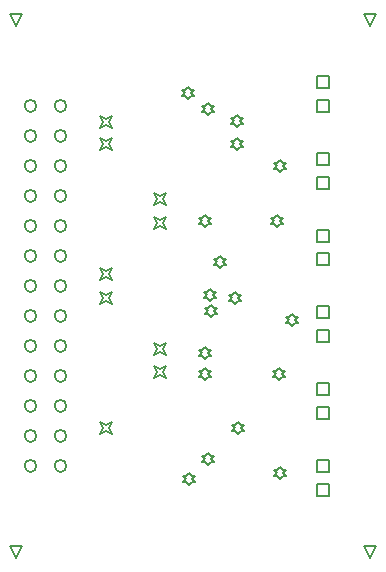
<source format=gbr>
G04*
G04 #@! TF.GenerationSoftware,Altium Limited,Altium Designer,22.4.2 (48)*
G04*
G04 Layer_Color=2752767*
%FSLAX44Y44*%
%MOMM*%
G71*
G04*
G04 #@! TF.SameCoordinates,3F8D2DE9-6248-4815-85C5-7CB1FE07798D*
G04*
G04*
G04 #@! TF.FilePolarity,Positive*
G04*
G01*
G75*
%ADD12C,0.1270*%
%ADD50C,0.1693*%
D12*
X279920Y417420D02*
Y427580D01*
X290080D01*
Y417420D01*
X279920D01*
Y397420D02*
Y407580D01*
X290080D01*
Y397420D01*
X279920D01*
Y222420D02*
Y232580D01*
X290080D01*
Y222420D01*
X279920D01*
Y202420D02*
Y212580D01*
X290080D01*
Y202420D01*
X279920D01*
Y352420D02*
Y362580D01*
X290080D01*
Y352420D01*
X279920D01*
Y332420D02*
Y342580D01*
X290080D01*
Y332420D01*
X279920D01*
Y267420D02*
Y277580D01*
X290080D01*
Y267420D01*
X279920D01*
Y287420D02*
Y297580D01*
X290080D01*
Y287420D01*
X279920D01*
Y92420D02*
Y102580D01*
X290080D01*
Y92420D01*
X279920D01*
Y72420D02*
Y82580D01*
X290080D01*
Y72420D01*
X279920D01*
Y137420D02*
Y147580D01*
X290080D01*
Y137420D01*
X279920D01*
Y157420D02*
Y167580D01*
X290080D01*
Y157420D01*
X279920D01*
X25000Y469920D02*
X19920Y480080D01*
X30080D01*
X25000Y469920D01*
X325000D02*
X319920Y480080D01*
X330080D01*
X325000Y469920D01*
Y19920D02*
X319920Y30080D01*
X330080D01*
X325000Y19920D01*
X25000D02*
X19920Y30080D01*
X30080D01*
X25000Y19920D01*
X248920Y86710D02*
X251460Y89250D01*
X254000D01*
X251460Y91790D01*
X254000Y94330D01*
X251460D01*
X248920Y96870D01*
X246380Y94330D01*
X243840D01*
X246380Y91790D01*
X243840Y89250D01*
X246380D01*
X248920Y86710D01*
X171450Y81280D02*
X173990Y83820D01*
X176530D01*
X173990Y86360D01*
X176530Y88900D01*
X173990D01*
X171450Y91440D01*
X168910Y88900D01*
X166370D01*
X168910Y86360D01*
X166370Y83820D01*
X168910D01*
X171450Y81280D01*
X187500Y98670D02*
X190040Y101210D01*
X192580D01*
X190040Y103750D01*
X192580Y106290D01*
X190040D01*
X187500Y108830D01*
X184960Y106290D01*
X182420D01*
X184960Y103750D01*
X182420Y101210D01*
X184960D01*
X187500Y98670D01*
X190500Y223520D02*
X193040Y226060D01*
X195580D01*
X193040Y228600D01*
X195580Y231140D01*
X193040D01*
X190500Y233680D01*
X187960Y231140D01*
X185420D01*
X187960Y228600D01*
X185420Y226060D01*
X187960D01*
X190500Y223520D01*
X189230Y237490D02*
X191770Y240030D01*
X194310D01*
X191770Y242570D01*
X194310Y245110D01*
X191770D01*
X189230Y247650D01*
X186690Y245110D01*
X184150D01*
X186690Y242570D01*
X184150Y240030D01*
X186690D01*
X189230Y237490D01*
X210820Y234950D02*
X213360Y237490D01*
X215900D01*
X213360Y240030D01*
X215900Y242570D01*
X213360D01*
X210820Y245110D01*
X208280Y242570D01*
X205740D01*
X208280Y240030D01*
X205740Y237490D01*
X208280D01*
X210820Y234950D01*
X198100Y265430D02*
X200640Y267970D01*
X203180D01*
X200640Y270510D01*
X203180Y273050D01*
X200640D01*
X198100Y275590D01*
X195560Y273050D01*
X193020D01*
X195560Y270510D01*
X193020Y267970D01*
X195560D01*
X198100Y265430D01*
X212090Y365170D02*
X214630Y367710D01*
X217170D01*
X214630Y370250D01*
X217170Y372790D01*
X214630D01*
X212090Y375330D01*
X209550Y372790D01*
X207010D01*
X209550Y370250D01*
X207010Y367710D01*
X209550D01*
X212090Y365170D01*
Y384670D02*
X214630Y387210D01*
X217170D01*
X214630Y389750D01*
X217170Y392290D01*
X214630D01*
X212090Y394830D01*
X209550Y392290D01*
X207010D01*
X209550Y389750D01*
X207010Y387210D01*
X209550D01*
X212090Y384670D01*
X187960Y394970D02*
X190500Y397510D01*
X193040D01*
X190500Y400050D01*
X193040Y402590D01*
X190500D01*
X187960Y405130D01*
X185420Y402590D01*
X182880D01*
X185420Y400050D01*
X182880Y397510D01*
X185420D01*
X187960Y394970D01*
X213360Y124670D02*
X215900Y127210D01*
X218440D01*
X215900Y129750D01*
X218440Y132290D01*
X215900D01*
X213360Y134830D01*
X210820Y132290D01*
X208280D01*
X210820Y129750D01*
X208280Y127210D01*
X210820D01*
X213360Y124670D01*
X96510Y235060D02*
X99050Y240140D01*
X96510Y245220D01*
X101590Y242680D01*
X106670Y245220D01*
X104130Y240140D01*
X106670Y235060D01*
X101590Y237600D01*
X96510Y235060D01*
X247650Y170180D02*
X250190Y172720D01*
X252730D01*
X250190Y175260D01*
X252730Y177800D01*
X250190D01*
X247650Y180340D01*
X245110Y177800D01*
X242570D01*
X245110Y175260D01*
X242570Y172720D01*
X245110D01*
X247650Y170180D01*
X185400D02*
X187940Y172720D01*
X190480D01*
X187940Y175260D01*
X190480Y177800D01*
X187940D01*
X185400Y180340D01*
X182860Y177800D01*
X180320D01*
X182860Y175260D01*
X180320Y172720D01*
X182860D01*
X185400Y170180D01*
X246380Y299720D02*
X248920Y302260D01*
X251460D01*
X248920Y304800D01*
X251460Y307340D01*
X248920D01*
X246380Y309880D01*
X243840Y307340D01*
X241300D01*
X243840Y304800D01*
X241300Y302260D01*
X243840D01*
X246380Y299720D01*
X185400Y187980D02*
X187940Y190520D01*
X190480D01*
X187940Y193060D01*
X190480Y195600D01*
X187940D01*
X185400Y198140D01*
X182860Y195600D01*
X180320D01*
X182860Y193060D01*
X180320Y190520D01*
X182860D01*
X185400Y187980D01*
X185420Y299600D02*
X187960Y302140D01*
X190500D01*
X187960Y304680D01*
X190500Y307220D01*
X187960D01*
X185420Y309760D01*
X182880Y307220D01*
X180340D01*
X182880Y304680D01*
X180340Y302140D01*
X182880D01*
X185420Y299600D01*
X259080Y215900D02*
X261620Y218440D01*
X264160D01*
X261620Y220980D01*
X264160Y223520D01*
X261620D01*
X259080Y226060D01*
X256540Y223520D01*
X254000D01*
X256540Y220980D01*
X254000Y218440D01*
X256540D01*
X259080Y215900D01*
X248920Y346710D02*
X251460Y349250D01*
X254000D01*
X251460Y351790D01*
X254000Y354330D01*
X251460D01*
X248920Y356870D01*
X246380Y354330D01*
X243840D01*
X246380Y351790D01*
X243840Y349250D01*
X246380D01*
X248920Y346710D01*
X96530Y383286D02*
X99070Y388366D01*
X96530Y393446D01*
X101610Y390906D01*
X106690Y393446D01*
X104150Y388366D01*
X106690Y383286D01*
X101610Y385826D01*
X96530Y383286D01*
X96510Y364920D02*
X99050Y370000D01*
X96510Y375080D01*
X101590Y372540D01*
X106670Y375080D01*
X104130Y370000D01*
X106670Y364920D01*
X101590Y367460D01*
X96510Y364920D01*
X171000Y408420D02*
X173540Y410960D01*
X176080D01*
X173540Y413500D01*
X176080Y416040D01*
X173540D01*
X171000Y418580D01*
X168460Y416040D01*
X165920D01*
X168460Y413500D01*
X165920Y410960D01*
X168460D01*
X171000Y408420D01*
X96530Y124920D02*
X99070Y130000D01*
X96530Y135080D01*
X101610Y132540D01*
X106690Y135080D01*
X104150Y130000D01*
X106690Y124920D01*
X101610Y127460D01*
X96530Y124920D01*
X142220Y171770D02*
X144760Y176850D01*
X142220Y181930D01*
X147300Y179390D01*
X152380Y181930D01*
X149840Y176850D01*
X152380Y171770D01*
X147300Y174310D01*
X142220Y171770D01*
X142240Y191770D02*
X144780Y196850D01*
X142240Y201930D01*
X147320Y199390D01*
X152400Y201930D01*
X149860Y196850D01*
X152400Y191770D01*
X147320Y194310D01*
X142240Y191770D01*
X96530Y254920D02*
X99070Y260000D01*
X96530Y265080D01*
X101610Y262540D01*
X106690Y265080D01*
X104150Y260000D01*
X106690Y254920D01*
X101610Y257460D01*
X96530Y254920D01*
X142210Y298410D02*
X144750Y303490D01*
X142210Y308570D01*
X147290Y306030D01*
X152370Y308570D01*
X149830Y303490D01*
X152370Y298410D01*
X147290Y300950D01*
X142210Y298410D01*
X142230Y318760D02*
X144770Y323840D01*
X142230Y328920D01*
X147310Y326380D01*
X152390Y328920D01*
X149850Y323840D01*
X152390Y318760D01*
X147310Y321300D01*
X142230Y318760D01*
D50*
X67780Y123000D02*
G03*
X67780Y123000I-5080J0D01*
G01*
X42380Y123000D02*
G03*
X42380Y123000I-5080J0D01*
G01*
Y97600D02*
G03*
X42380Y97600I-5080J0D01*
G01*
X67780D02*
G03*
X67780Y97600I-5080J0D01*
G01*
Y148400D02*
G03*
X67780Y148400I-5080J0D01*
G01*
X42380Y148400D02*
G03*
X42380Y148400I-5080J0D01*
G01*
X67780Y326200D02*
G03*
X67780Y326200I-5080J0D01*
G01*
X67780Y275400D02*
G03*
X67780Y275400I-5080J0D01*
G01*
Y250000D02*
G03*
X67780Y250000I-5080J0D01*
G01*
Y300800D02*
G03*
X67780Y300800I-5080J0D01*
G01*
X42380Y300800D02*
G03*
X42380Y300800I-5080J0D01*
G01*
Y351600D02*
G03*
X42380Y351600I-5080J0D01*
G01*
X42380Y250000D02*
G03*
X42380Y250000I-5080J0D01*
G01*
X42380Y275400D02*
G03*
X42380Y275400I-5080J0D01*
G01*
Y402400D02*
G03*
X42380Y402400I-5080J0D01*
G01*
Y377000D02*
G03*
X42380Y377000I-5080J0D01*
G01*
Y326200D02*
G03*
X42380Y326200I-5080J0D01*
G01*
X67780Y351600D02*
G03*
X67780Y351600I-5080J0D01*
G01*
X42380Y224600D02*
G03*
X42380Y224600I-5080J0D01*
G01*
X67780D02*
G03*
X67780Y224600I-5080J0D01*
G01*
Y173800D02*
G03*
X67780Y173800I-5080J0D01*
G01*
X42380D02*
G03*
X42380Y173800I-5080J0D01*
G01*
Y199200D02*
G03*
X42380Y199200I-5080J0D01*
G01*
X67780Y199200D02*
G03*
X67780Y199200I-5080J0D01*
G01*
X67780Y402400D02*
G03*
X67780Y402400I-5080J0D01*
G01*
X67780Y377000D02*
G03*
X67780Y377000I-5080J0D01*
G01*
M02*

</source>
